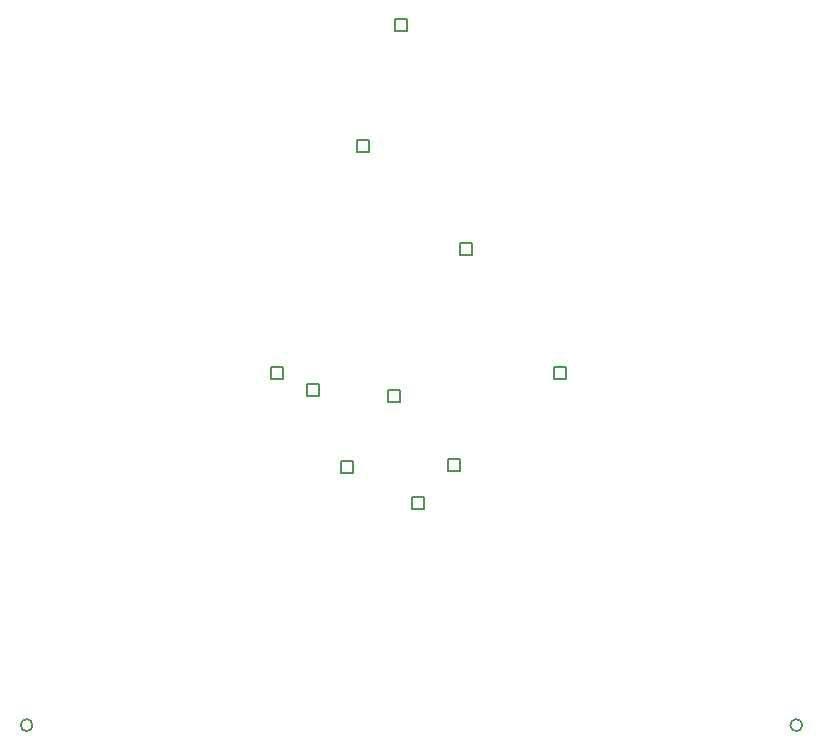
<source format=gbr>
%TF.GenerationSoftware,Altium Limited,Altium Designer,24.7.2 (38)*%
G04 Layer_Color=2752767*
%FSLAX43Y43*%
%MOMM*%
%TF.SameCoordinates,179ED5A7-1FD7-47B0-8EB6-D2B1FD869DB5*%
%TF.FilePolarity,Positive*%
%TF.FileFunction,Drawing*%
%TF.Part,Single*%
G01*
G75*
%TA.AperFunction,NonConductor*%
%ADD29C,0.169*%
%ADD31C,0.127*%
D29*
X70508Y5000D02*
G03*
X70508Y5000I-508J0D01*
G01*
X5339D02*
G03*
X5339Y5000I-508J0D01*
G01*
D31*
X41489Y44833D02*
Y45849D01*
X42505D01*
Y44833D01*
X41489D01*
X36059Y63783D02*
Y64799D01*
X37075D01*
Y63783D01*
X36059D01*
X35443Y32333D02*
Y33349D01*
X36458D01*
Y32333D01*
X35443D01*
X31489Y26333D02*
Y27349D01*
X32505D01*
Y26333D01*
X31489D01*
X37489Y23333D02*
Y24349D01*
X38505D01*
Y23333D01*
X37489D01*
X40489Y26541D02*
Y27557D01*
X41505D01*
Y26541D01*
X40489D01*
X49489Y34292D02*
Y35308D01*
X50505D01*
Y34292D01*
X49489D01*
X28547Y32838D02*
Y33854D01*
X29563D01*
Y32838D01*
X28547D01*
X25489Y34333D02*
Y35349D01*
X26505D01*
Y34333D01*
X25489D01*
X32816Y53545D02*
Y54561D01*
X33832D01*
Y53545D01*
X32816D01*
%TF.MD5,dc01f8bfb2097ad47280e7bbdd9c2a96*%
M02*

</source>
